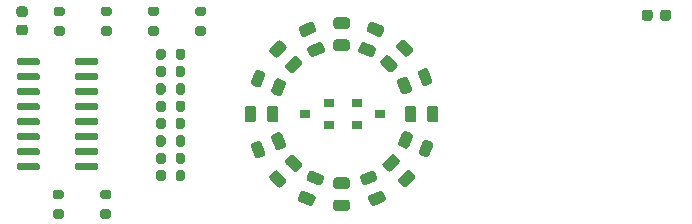
<source format=gtp>
G04 #@! TF.GenerationSoftware,KiCad,Pcbnew,(5.1.9-0-10_14)*
G04 #@! TF.CreationDate,2021-05-04T13:02:15-03:00*
G04 #@! TF.ProjectId,RingPush-PMOD,52696e67-5075-4736-982d-504d4f442e6b,rev?*
G04 #@! TF.SameCoordinates,Original*
G04 #@! TF.FileFunction,Paste,Top*
G04 #@! TF.FilePolarity,Positive*
%FSLAX46Y46*%
G04 Gerber Fmt 4.6, Leading zero omitted, Abs format (unit mm)*
G04 Created by KiCad (PCBNEW (5.1.9-0-10_14)) date 2021-05-04 13:02:15*
%MOMM*%
%LPD*%
G01*
G04 APERTURE LIST*
%ADD10R,0.900000X0.800000*%
G04 APERTURE END LIST*
G36*
G01*
X40889250Y-96691000D02*
X41439250Y-96691000D01*
G75*
G02*
X41639250Y-96891000I0J-200000D01*
G01*
X41639250Y-97291000D01*
G75*
G02*
X41439250Y-97491000I-200000J0D01*
G01*
X40889250Y-97491000D01*
G75*
G02*
X40689250Y-97291000I0J200000D01*
G01*
X40689250Y-96891000D01*
G75*
G02*
X40889250Y-96691000I200000J0D01*
G01*
G37*
G36*
G01*
X40889250Y-95041000D02*
X41439250Y-95041000D01*
G75*
G02*
X41639250Y-95241000I0J-200000D01*
G01*
X41639250Y-95641000D01*
G75*
G02*
X41439250Y-95841000I-200000J0D01*
G01*
X40889250Y-95841000D01*
G75*
G02*
X40689250Y-95641000I0J200000D01*
G01*
X40689250Y-95241000D01*
G75*
G02*
X40889250Y-95041000I200000J0D01*
G01*
G37*
G36*
G01*
X31520000Y-108435000D02*
X31520000Y-108735000D01*
G75*
G02*
X31370000Y-108885000I-150000J0D01*
G01*
X29720000Y-108885000D01*
G75*
G02*
X29570000Y-108735000I0J150000D01*
G01*
X29570000Y-108435000D01*
G75*
G02*
X29720000Y-108285000I150000J0D01*
G01*
X31370000Y-108285000D01*
G75*
G02*
X31520000Y-108435000I0J-150000D01*
G01*
G37*
G36*
G01*
X31520000Y-107165000D02*
X31520000Y-107465000D01*
G75*
G02*
X31370000Y-107615000I-150000J0D01*
G01*
X29720000Y-107615000D01*
G75*
G02*
X29570000Y-107465000I0J150000D01*
G01*
X29570000Y-107165000D01*
G75*
G02*
X29720000Y-107015000I150000J0D01*
G01*
X31370000Y-107015000D01*
G75*
G02*
X31520000Y-107165000I0J-150000D01*
G01*
G37*
G36*
G01*
X31520000Y-105895000D02*
X31520000Y-106195000D01*
G75*
G02*
X31370000Y-106345000I-150000J0D01*
G01*
X29720000Y-106345000D01*
G75*
G02*
X29570000Y-106195000I0J150000D01*
G01*
X29570000Y-105895000D01*
G75*
G02*
X29720000Y-105745000I150000J0D01*
G01*
X31370000Y-105745000D01*
G75*
G02*
X31520000Y-105895000I0J-150000D01*
G01*
G37*
G36*
G01*
X31520000Y-104625000D02*
X31520000Y-104925000D01*
G75*
G02*
X31370000Y-105075000I-150000J0D01*
G01*
X29720000Y-105075000D01*
G75*
G02*
X29570000Y-104925000I0J150000D01*
G01*
X29570000Y-104625000D01*
G75*
G02*
X29720000Y-104475000I150000J0D01*
G01*
X31370000Y-104475000D01*
G75*
G02*
X31520000Y-104625000I0J-150000D01*
G01*
G37*
G36*
G01*
X31520000Y-103355000D02*
X31520000Y-103655000D01*
G75*
G02*
X31370000Y-103805000I-150000J0D01*
G01*
X29720000Y-103805000D01*
G75*
G02*
X29570000Y-103655000I0J150000D01*
G01*
X29570000Y-103355000D01*
G75*
G02*
X29720000Y-103205000I150000J0D01*
G01*
X31370000Y-103205000D01*
G75*
G02*
X31520000Y-103355000I0J-150000D01*
G01*
G37*
G36*
G01*
X31520000Y-102085000D02*
X31520000Y-102385000D01*
G75*
G02*
X31370000Y-102535000I-150000J0D01*
G01*
X29720000Y-102535000D01*
G75*
G02*
X29570000Y-102385000I0J150000D01*
G01*
X29570000Y-102085000D01*
G75*
G02*
X29720000Y-101935000I150000J0D01*
G01*
X31370000Y-101935000D01*
G75*
G02*
X31520000Y-102085000I0J-150000D01*
G01*
G37*
G36*
G01*
X31520000Y-100815000D02*
X31520000Y-101115000D01*
G75*
G02*
X31370000Y-101265000I-150000J0D01*
G01*
X29720000Y-101265000D01*
G75*
G02*
X29570000Y-101115000I0J150000D01*
G01*
X29570000Y-100815000D01*
G75*
G02*
X29720000Y-100665000I150000J0D01*
G01*
X31370000Y-100665000D01*
G75*
G02*
X31520000Y-100815000I0J-150000D01*
G01*
G37*
G36*
G01*
X31520000Y-99545000D02*
X31520000Y-99845000D01*
G75*
G02*
X31370000Y-99995000I-150000J0D01*
G01*
X29720000Y-99995000D01*
G75*
G02*
X29570000Y-99845000I0J150000D01*
G01*
X29570000Y-99545000D01*
G75*
G02*
X29720000Y-99395000I150000J0D01*
G01*
X31370000Y-99395000D01*
G75*
G02*
X31520000Y-99545000I0J-150000D01*
G01*
G37*
G36*
G01*
X36470000Y-99545000D02*
X36470000Y-99845000D01*
G75*
G02*
X36320000Y-99995000I-150000J0D01*
G01*
X34670000Y-99995000D01*
G75*
G02*
X34520000Y-99845000I0J150000D01*
G01*
X34520000Y-99545000D01*
G75*
G02*
X34670000Y-99395000I150000J0D01*
G01*
X36320000Y-99395000D01*
G75*
G02*
X36470000Y-99545000I0J-150000D01*
G01*
G37*
G36*
G01*
X36470000Y-100815000D02*
X36470000Y-101115000D01*
G75*
G02*
X36320000Y-101265000I-150000J0D01*
G01*
X34670000Y-101265000D01*
G75*
G02*
X34520000Y-101115000I0J150000D01*
G01*
X34520000Y-100815000D01*
G75*
G02*
X34670000Y-100665000I150000J0D01*
G01*
X36320000Y-100665000D01*
G75*
G02*
X36470000Y-100815000I0J-150000D01*
G01*
G37*
G36*
G01*
X36470000Y-102085000D02*
X36470000Y-102385000D01*
G75*
G02*
X36320000Y-102535000I-150000J0D01*
G01*
X34670000Y-102535000D01*
G75*
G02*
X34520000Y-102385000I0J150000D01*
G01*
X34520000Y-102085000D01*
G75*
G02*
X34670000Y-101935000I150000J0D01*
G01*
X36320000Y-101935000D01*
G75*
G02*
X36470000Y-102085000I0J-150000D01*
G01*
G37*
G36*
G01*
X36470000Y-103355000D02*
X36470000Y-103655000D01*
G75*
G02*
X36320000Y-103805000I-150000J0D01*
G01*
X34670000Y-103805000D01*
G75*
G02*
X34520000Y-103655000I0J150000D01*
G01*
X34520000Y-103355000D01*
G75*
G02*
X34670000Y-103205000I150000J0D01*
G01*
X36320000Y-103205000D01*
G75*
G02*
X36470000Y-103355000I0J-150000D01*
G01*
G37*
G36*
G01*
X36470000Y-104625000D02*
X36470000Y-104925000D01*
G75*
G02*
X36320000Y-105075000I-150000J0D01*
G01*
X34670000Y-105075000D01*
G75*
G02*
X34520000Y-104925000I0J150000D01*
G01*
X34520000Y-104625000D01*
G75*
G02*
X34670000Y-104475000I150000J0D01*
G01*
X36320000Y-104475000D01*
G75*
G02*
X36470000Y-104625000I0J-150000D01*
G01*
G37*
G36*
G01*
X36470000Y-105895000D02*
X36470000Y-106195000D01*
G75*
G02*
X36320000Y-106345000I-150000J0D01*
G01*
X34670000Y-106345000D01*
G75*
G02*
X34520000Y-106195000I0J150000D01*
G01*
X34520000Y-105895000D01*
G75*
G02*
X34670000Y-105745000I150000J0D01*
G01*
X36320000Y-105745000D01*
G75*
G02*
X36470000Y-105895000I0J-150000D01*
G01*
G37*
G36*
G01*
X36470000Y-107165000D02*
X36470000Y-107465000D01*
G75*
G02*
X36320000Y-107615000I-150000J0D01*
G01*
X34670000Y-107615000D01*
G75*
G02*
X34520000Y-107465000I0J150000D01*
G01*
X34520000Y-107165000D01*
G75*
G02*
X34670000Y-107015000I150000J0D01*
G01*
X36320000Y-107015000D01*
G75*
G02*
X36470000Y-107165000I0J-150000D01*
G01*
G37*
G36*
G01*
X36470000Y-108435000D02*
X36470000Y-108735000D01*
G75*
G02*
X36320000Y-108885000I-150000J0D01*
G01*
X34670000Y-108885000D01*
G75*
G02*
X34520000Y-108735000I0J150000D01*
G01*
X34520000Y-108435000D01*
G75*
G02*
X34670000Y-108285000I150000J0D01*
G01*
X36320000Y-108285000D01*
G75*
G02*
X36470000Y-108435000I0J-150000D01*
G01*
G37*
G36*
G01*
X52364006Y-98645271D02*
X51718771Y-99290506D01*
G75*
G02*
X51374057Y-99290506I-172357J172357D01*
G01*
X51029342Y-98945791D01*
G75*
G02*
X51029342Y-98601077I172357J172357D01*
G01*
X51674577Y-97955842D01*
G75*
G02*
X52019291Y-97955842I172357J-172357D01*
G01*
X52364006Y-98300557D01*
G75*
G02*
X52364006Y-98645271I-172357J-172357D01*
G01*
G37*
G36*
G01*
X53689832Y-99971097D02*
X53044597Y-100616332D01*
G75*
G02*
X52699883Y-100616332I-172357J172357D01*
G01*
X52355168Y-100271617D01*
G75*
G02*
X52355168Y-99926903I172357J172357D01*
G01*
X53000403Y-99281668D01*
G75*
G02*
X53345117Y-99281668I172357J-172357D01*
G01*
X53689832Y-99626383D01*
G75*
G02*
X53689832Y-99971097I-172357J-172357D01*
G01*
G37*
G36*
G01*
X49857000Y-103683750D02*
X49857000Y-104596250D01*
G75*
G02*
X49613250Y-104840000I-243750J0D01*
G01*
X49125750Y-104840000D01*
G75*
G02*
X48882000Y-104596250I0J243750D01*
G01*
X48882000Y-103683750D01*
G75*
G02*
X49125750Y-103440000I243750J0D01*
G01*
X49613250Y-103440000D01*
G75*
G02*
X49857000Y-103683750I0J-243750D01*
G01*
G37*
G36*
G01*
X51732000Y-103683750D02*
X51732000Y-104596250D01*
G75*
G02*
X51488250Y-104840000I-243750J0D01*
G01*
X51000750Y-104840000D01*
G75*
G02*
X50757000Y-104596250I0J243750D01*
G01*
X50757000Y-103683750D01*
G75*
G02*
X51000750Y-103440000I243750J0D01*
G01*
X51488250Y-103440000D01*
G75*
G02*
X51732000Y-103683750I0J-243750D01*
G01*
G37*
G36*
G01*
X52377491Y-101619038D02*
X52028292Y-102462078D01*
G75*
G02*
X51709817Y-102593995I-225196J93279D01*
G01*
X51259426Y-102407437D01*
G75*
G02*
X51127509Y-102088962I93279J225196D01*
G01*
X51476708Y-101245922D01*
G75*
G02*
X51795183Y-101114005I225196J-93279D01*
G01*
X52245574Y-101300563D01*
G75*
G02*
X52377491Y-101619038I-93279J-225196D01*
G01*
G37*
G36*
G01*
X50645217Y-100901506D02*
X50296018Y-101744546D01*
G75*
G02*
X49977543Y-101876463I-225196J93279D01*
G01*
X49527152Y-101689905D01*
G75*
G02*
X49395235Y-101371430I93279J225196D01*
G01*
X49744434Y-100528390D01*
G75*
G02*
X50062909Y-100396473I225196J-93279D01*
G01*
X50513300Y-100583031D01*
G75*
G02*
X50645217Y-100901506I-93279J-225196D01*
G01*
G37*
G36*
G01*
X55535578Y-98954792D02*
X54692538Y-99303991D01*
G75*
G02*
X54374063Y-99172074I-93279J225196D01*
G01*
X54187505Y-98721683D01*
G75*
G02*
X54319422Y-98403208I225196J93279D01*
G01*
X55162462Y-98054009D01*
G75*
G02*
X55480937Y-98185926I93279J-225196D01*
G01*
X55667495Y-98636317D01*
G75*
G02*
X55535578Y-98954792I-225196J-93279D01*
G01*
G37*
G36*
G01*
X54818046Y-97222518D02*
X53975006Y-97571717D01*
G75*
G02*
X53656531Y-97439800I-93279J225196D01*
G01*
X53469973Y-96989409D01*
G75*
G02*
X53601890Y-96670934I225196J93279D01*
G01*
X54444930Y-96321735D01*
G75*
G02*
X54763405Y-96453652I93279J-225196D01*
G01*
X54949963Y-96904043D01*
G75*
G02*
X54818046Y-97222518I-225196J-93279D01*
G01*
G37*
G36*
G01*
X57542750Y-96910500D02*
X56630250Y-96910500D01*
G75*
G02*
X56386500Y-96666750I0J243750D01*
G01*
X56386500Y-96179250D01*
G75*
G02*
X56630250Y-95935500I243750J0D01*
G01*
X57542750Y-95935500D01*
G75*
G02*
X57786500Y-96179250I0J-243750D01*
G01*
X57786500Y-96666750D01*
G75*
G02*
X57542750Y-96910500I-243750J0D01*
G01*
G37*
G36*
G01*
X57542750Y-98785500D02*
X56630250Y-98785500D01*
G75*
G02*
X56386500Y-98541750I0J243750D01*
G01*
X56386500Y-98054250D01*
G75*
G02*
X56630250Y-97810500I243750J0D01*
G01*
X57542750Y-97810500D01*
G75*
G02*
X57786500Y-98054250I0J-243750D01*
G01*
X57786500Y-98541750D01*
G75*
G02*
X57542750Y-98785500I-243750J0D01*
G01*
G37*
G36*
G01*
X59480462Y-99303991D02*
X58637422Y-98954792D01*
G75*
G02*
X58505505Y-98636317I93279J225196D01*
G01*
X58692063Y-98185926D01*
G75*
G02*
X59010538Y-98054009I225196J-93279D01*
G01*
X59853578Y-98403208D01*
G75*
G02*
X59985495Y-98721683I-93279J-225196D01*
G01*
X59798937Y-99172074D01*
G75*
G02*
X59480462Y-99303991I-225196J93279D01*
G01*
G37*
G36*
G01*
X60197994Y-97571717D02*
X59354954Y-97222518D01*
G75*
G02*
X59223037Y-96904043I93279J225196D01*
G01*
X59409595Y-96453652D01*
G75*
G02*
X59728070Y-96321735I225196J-93279D01*
G01*
X60571110Y-96670934D01*
G75*
G02*
X60703027Y-96989409I-93279J-225196D01*
G01*
X60516469Y-97439800D01*
G75*
G02*
X60197994Y-97571717I-225196J93279D01*
G01*
G37*
G36*
G01*
X62398403Y-99219332D02*
X61753168Y-98574097D01*
G75*
G02*
X61753168Y-98229383I172357J172357D01*
G01*
X62097883Y-97884668D01*
G75*
G02*
X62442597Y-97884668I172357J-172357D01*
G01*
X63087832Y-98529903D01*
G75*
G02*
X63087832Y-98874617I-172357J-172357D01*
G01*
X62743117Y-99219332D01*
G75*
G02*
X62398403Y-99219332I-172357J172357D01*
G01*
G37*
G36*
G01*
X61072577Y-100545158D02*
X60427342Y-99899923D01*
G75*
G02*
X60427342Y-99555209I172357J172357D01*
G01*
X60772057Y-99210494D01*
G75*
G02*
X61116771Y-99210494I172357J-172357D01*
G01*
X61762006Y-99855729D01*
G75*
G02*
X61762006Y-100200443I-172357J-172357D01*
G01*
X61417291Y-100545158D01*
G75*
G02*
X61072577Y-100545158I-172357J172357D01*
G01*
G37*
G36*
G01*
X62144708Y-102335078D02*
X61795509Y-101492038D01*
G75*
G02*
X61927426Y-101173563I225196J93279D01*
G01*
X62377817Y-100987005D01*
G75*
G02*
X62696292Y-101118922I93279J-225196D01*
G01*
X63045491Y-101961962D01*
G75*
G02*
X62913574Y-102280437I-225196J-93279D01*
G01*
X62463183Y-102466995D01*
G75*
G02*
X62144708Y-102335078I-93279J225196D01*
G01*
G37*
G36*
G01*
X63876982Y-101617546D02*
X63527783Y-100774506D01*
G75*
G02*
X63659700Y-100456031I225196J93279D01*
G01*
X64110091Y-100269473D01*
G75*
G02*
X64428566Y-100401390I93279J-225196D01*
G01*
X64777765Y-101244430D01*
G75*
G02*
X64645848Y-101562905I-225196J-93279D01*
G01*
X64195457Y-101749463D01*
G75*
G02*
X63876982Y-101617546I-93279J225196D01*
G01*
G37*
G36*
G01*
X43834000Y-109071997D02*
X43834000Y-109621997D01*
G75*
G02*
X43634000Y-109821997I-200000J0D01*
G01*
X43234000Y-109821997D01*
G75*
G02*
X43034000Y-109621997I0J200000D01*
G01*
X43034000Y-109071997D01*
G75*
G02*
X43234000Y-108871997I200000J0D01*
G01*
X43634000Y-108871997D01*
G75*
G02*
X43834000Y-109071997I0J-200000D01*
G01*
G37*
G36*
G01*
X42184000Y-109071997D02*
X42184000Y-109621997D01*
G75*
G02*
X41984000Y-109821997I-200000J0D01*
G01*
X41584000Y-109821997D01*
G75*
G02*
X41384000Y-109621997I0J200000D01*
G01*
X41384000Y-109071997D01*
G75*
G02*
X41584000Y-108871997I200000J0D01*
G01*
X41984000Y-108871997D01*
G75*
G02*
X42184000Y-109071997I0J-200000D01*
G01*
G37*
G36*
G01*
X43834000Y-107602426D02*
X43834000Y-108152426D01*
G75*
G02*
X43634000Y-108352426I-200000J0D01*
G01*
X43234000Y-108352426D01*
G75*
G02*
X43034000Y-108152426I0J200000D01*
G01*
X43034000Y-107602426D01*
G75*
G02*
X43234000Y-107402426I200000J0D01*
G01*
X43634000Y-107402426D01*
G75*
G02*
X43834000Y-107602426I0J-200000D01*
G01*
G37*
G36*
G01*
X42184000Y-107602426D02*
X42184000Y-108152426D01*
G75*
G02*
X41984000Y-108352426I-200000J0D01*
G01*
X41584000Y-108352426D01*
G75*
G02*
X41384000Y-108152426I0J200000D01*
G01*
X41384000Y-107602426D01*
G75*
G02*
X41584000Y-107402426I200000J0D01*
G01*
X41984000Y-107402426D01*
G75*
G02*
X42184000Y-107602426I0J-200000D01*
G01*
G37*
G36*
G01*
X42184000Y-106132855D02*
X42184000Y-106682855D01*
G75*
G02*
X41984000Y-106882855I-200000J0D01*
G01*
X41584000Y-106882855D01*
G75*
G02*
X41384000Y-106682855I0J200000D01*
G01*
X41384000Y-106132855D01*
G75*
G02*
X41584000Y-105932855I200000J0D01*
G01*
X41984000Y-105932855D01*
G75*
G02*
X42184000Y-106132855I0J-200000D01*
G01*
G37*
G36*
G01*
X43834000Y-106132855D02*
X43834000Y-106682855D01*
G75*
G02*
X43634000Y-106882855I-200000J0D01*
G01*
X43234000Y-106882855D01*
G75*
G02*
X43034000Y-106682855I0J200000D01*
G01*
X43034000Y-106132855D01*
G75*
G02*
X43234000Y-105932855I200000J0D01*
G01*
X43634000Y-105932855D01*
G75*
G02*
X43834000Y-106132855I0J-200000D01*
G01*
G37*
G36*
G01*
X43834000Y-104663284D02*
X43834000Y-105213284D01*
G75*
G02*
X43634000Y-105413284I-200000J0D01*
G01*
X43234000Y-105413284D01*
G75*
G02*
X43034000Y-105213284I0J200000D01*
G01*
X43034000Y-104663284D01*
G75*
G02*
X43234000Y-104463284I200000J0D01*
G01*
X43634000Y-104463284D01*
G75*
G02*
X43834000Y-104663284I0J-200000D01*
G01*
G37*
G36*
G01*
X42184000Y-104663284D02*
X42184000Y-105213284D01*
G75*
G02*
X41984000Y-105413284I-200000J0D01*
G01*
X41584000Y-105413284D01*
G75*
G02*
X41384000Y-105213284I0J200000D01*
G01*
X41384000Y-104663284D01*
G75*
G02*
X41584000Y-104463284I200000J0D01*
G01*
X41984000Y-104463284D01*
G75*
G02*
X42184000Y-104663284I0J-200000D01*
G01*
G37*
G36*
G01*
X42184000Y-103193713D02*
X42184000Y-103743713D01*
G75*
G02*
X41984000Y-103943713I-200000J0D01*
G01*
X41584000Y-103943713D01*
G75*
G02*
X41384000Y-103743713I0J200000D01*
G01*
X41384000Y-103193713D01*
G75*
G02*
X41584000Y-102993713I200000J0D01*
G01*
X41984000Y-102993713D01*
G75*
G02*
X42184000Y-103193713I0J-200000D01*
G01*
G37*
G36*
G01*
X43834000Y-103193713D02*
X43834000Y-103743713D01*
G75*
G02*
X43634000Y-103943713I-200000J0D01*
G01*
X43234000Y-103943713D01*
G75*
G02*
X43034000Y-103743713I0J200000D01*
G01*
X43034000Y-103193713D01*
G75*
G02*
X43234000Y-102993713I200000J0D01*
G01*
X43634000Y-102993713D01*
G75*
G02*
X43834000Y-103193713I0J-200000D01*
G01*
G37*
G36*
G01*
X43834000Y-101724142D02*
X43834000Y-102274142D01*
G75*
G02*
X43634000Y-102474142I-200000J0D01*
G01*
X43234000Y-102474142D01*
G75*
G02*
X43034000Y-102274142I0J200000D01*
G01*
X43034000Y-101724142D01*
G75*
G02*
X43234000Y-101524142I200000J0D01*
G01*
X43634000Y-101524142D01*
G75*
G02*
X43834000Y-101724142I0J-200000D01*
G01*
G37*
G36*
G01*
X42184000Y-101724142D02*
X42184000Y-102274142D01*
G75*
G02*
X41984000Y-102474142I-200000J0D01*
G01*
X41584000Y-102474142D01*
G75*
G02*
X41384000Y-102274142I0J200000D01*
G01*
X41384000Y-101724142D01*
G75*
G02*
X41584000Y-101524142I200000J0D01*
G01*
X41984000Y-101524142D01*
G75*
G02*
X42184000Y-101724142I0J-200000D01*
G01*
G37*
G36*
G01*
X42184000Y-100254571D02*
X42184000Y-100804571D01*
G75*
G02*
X41984000Y-101004571I-200000J0D01*
G01*
X41584000Y-101004571D01*
G75*
G02*
X41384000Y-100804571I0J200000D01*
G01*
X41384000Y-100254571D01*
G75*
G02*
X41584000Y-100054571I200000J0D01*
G01*
X41984000Y-100054571D01*
G75*
G02*
X42184000Y-100254571I0J-200000D01*
G01*
G37*
G36*
G01*
X43834000Y-100254571D02*
X43834000Y-100804571D01*
G75*
G02*
X43634000Y-101004571I-200000J0D01*
G01*
X43234000Y-101004571D01*
G75*
G02*
X43034000Y-100804571I0J200000D01*
G01*
X43034000Y-100254571D01*
G75*
G02*
X43234000Y-100054571I200000J0D01*
G01*
X43634000Y-100054571D01*
G75*
G02*
X43834000Y-100254571I0J-200000D01*
G01*
G37*
G36*
G01*
X42184000Y-98785000D02*
X42184000Y-99335000D01*
G75*
G02*
X41984000Y-99535000I-200000J0D01*
G01*
X41584000Y-99535000D01*
G75*
G02*
X41384000Y-99335000I0J200000D01*
G01*
X41384000Y-98785000D01*
G75*
G02*
X41584000Y-98585000I200000J0D01*
G01*
X41984000Y-98585000D01*
G75*
G02*
X42184000Y-98785000I0J-200000D01*
G01*
G37*
G36*
G01*
X43834000Y-98785000D02*
X43834000Y-99335000D01*
G75*
G02*
X43634000Y-99535000I-200000J0D01*
G01*
X43234000Y-99535000D01*
G75*
G02*
X43034000Y-99335000I0J200000D01*
G01*
X43034000Y-98785000D01*
G75*
G02*
X43234000Y-98585000I200000J0D01*
G01*
X43634000Y-98585000D01*
G75*
G02*
X43834000Y-98785000I0J-200000D01*
G01*
G37*
G36*
G01*
X32919750Y-95041000D02*
X33469750Y-95041000D01*
G75*
G02*
X33669750Y-95241000I0J-200000D01*
G01*
X33669750Y-95641000D01*
G75*
G02*
X33469750Y-95841000I-200000J0D01*
G01*
X32919750Y-95841000D01*
G75*
G02*
X32719750Y-95641000I0J200000D01*
G01*
X32719750Y-95241000D01*
G75*
G02*
X32919750Y-95041000I200000J0D01*
G01*
G37*
G36*
G01*
X32919750Y-96691000D02*
X33469750Y-96691000D01*
G75*
G02*
X33669750Y-96891000I0J-200000D01*
G01*
X33669750Y-97291000D01*
G75*
G02*
X33469750Y-97491000I-200000J0D01*
G01*
X32919750Y-97491000D01*
G75*
G02*
X32719750Y-97291000I0J200000D01*
G01*
X32719750Y-96891000D01*
G75*
G02*
X32919750Y-96691000I200000J0D01*
G01*
G37*
G36*
G01*
X45424000Y-97491000D02*
X44874000Y-97491000D01*
G75*
G02*
X44674000Y-97291000I0J200000D01*
G01*
X44674000Y-96891000D01*
G75*
G02*
X44874000Y-96691000I200000J0D01*
G01*
X45424000Y-96691000D01*
G75*
G02*
X45624000Y-96891000I0J-200000D01*
G01*
X45624000Y-97291000D01*
G75*
G02*
X45424000Y-97491000I-200000J0D01*
G01*
G37*
G36*
G01*
X45424000Y-95841000D02*
X44874000Y-95841000D01*
G75*
G02*
X44674000Y-95641000I0J200000D01*
G01*
X44674000Y-95241000D01*
G75*
G02*
X44874000Y-95041000I200000J0D01*
G01*
X45424000Y-95041000D01*
G75*
G02*
X45624000Y-95241000I0J-200000D01*
G01*
X45624000Y-95641000D01*
G75*
G02*
X45424000Y-95841000I-200000J0D01*
G01*
G37*
G36*
G01*
X33371200Y-111335000D02*
X32821200Y-111335000D01*
G75*
G02*
X32621200Y-111135000I0J200000D01*
G01*
X32621200Y-110735000D01*
G75*
G02*
X32821200Y-110535000I200000J0D01*
G01*
X33371200Y-110535000D01*
G75*
G02*
X33571200Y-110735000I0J-200000D01*
G01*
X33571200Y-111135000D01*
G75*
G02*
X33371200Y-111335000I-200000J0D01*
G01*
G37*
G36*
G01*
X33371200Y-112985000D02*
X32821200Y-112985000D01*
G75*
G02*
X32621200Y-112785000I0J200000D01*
G01*
X32621200Y-112385000D01*
G75*
G02*
X32821200Y-112185000I200000J0D01*
G01*
X33371200Y-112185000D01*
G75*
G02*
X33571200Y-112385000I0J-200000D01*
G01*
X33571200Y-112785000D01*
G75*
G02*
X33371200Y-112985000I-200000J0D01*
G01*
G37*
G36*
G01*
X37384400Y-112985000D02*
X36834400Y-112985000D01*
G75*
G02*
X36634400Y-112785000I0J200000D01*
G01*
X36634400Y-112385000D01*
G75*
G02*
X36834400Y-112185000I200000J0D01*
G01*
X37384400Y-112185000D01*
G75*
G02*
X37584400Y-112385000I0J-200000D01*
G01*
X37584400Y-112785000D01*
G75*
G02*
X37384400Y-112985000I-200000J0D01*
G01*
G37*
G36*
G01*
X37384400Y-111335000D02*
X36834400Y-111335000D01*
G75*
G02*
X36634400Y-111135000I0J200000D01*
G01*
X36634400Y-110735000D01*
G75*
G02*
X36834400Y-110535000I200000J0D01*
G01*
X37384400Y-110535000D01*
G75*
G02*
X37584400Y-110735000I0J-200000D01*
G01*
X37584400Y-111135000D01*
G75*
G02*
X37384400Y-111335000I-200000J0D01*
G01*
G37*
G36*
G01*
X37454500Y-97491000D02*
X36904500Y-97491000D01*
G75*
G02*
X36704500Y-97291000I0J200000D01*
G01*
X36704500Y-96891000D01*
G75*
G02*
X36904500Y-96691000I200000J0D01*
G01*
X37454500Y-96691000D01*
G75*
G02*
X37654500Y-96891000I0J-200000D01*
G01*
X37654500Y-97291000D01*
G75*
G02*
X37454500Y-97491000I-200000J0D01*
G01*
G37*
G36*
G01*
X37454500Y-95841000D02*
X36904500Y-95841000D01*
G75*
G02*
X36704500Y-95641000I0J200000D01*
G01*
X36704500Y-95241000D01*
G75*
G02*
X36904500Y-95041000I200000J0D01*
G01*
X37454500Y-95041000D01*
G75*
G02*
X37654500Y-95241000I0J-200000D01*
G01*
X37654500Y-95641000D01*
G75*
G02*
X37454500Y-95841000I-200000J0D01*
G01*
G37*
G36*
G01*
X30290000Y-95915000D02*
X29790000Y-95915000D01*
G75*
G02*
X29565000Y-95690000I0J225000D01*
G01*
X29565000Y-95240000D01*
G75*
G02*
X29790000Y-95015000I225000J0D01*
G01*
X30290000Y-95015000D01*
G75*
G02*
X30515000Y-95240000I0J-225000D01*
G01*
X30515000Y-95690000D01*
G75*
G02*
X30290000Y-95915000I-225000J0D01*
G01*
G37*
G36*
G01*
X30290000Y-97465000D02*
X29790000Y-97465000D01*
G75*
G02*
X29565000Y-97240000I0J225000D01*
G01*
X29565000Y-96790000D01*
G75*
G02*
X29790000Y-96565000I225000J0D01*
G01*
X30290000Y-96565000D01*
G75*
G02*
X30515000Y-96790000I0J-225000D01*
G01*
X30515000Y-97240000D01*
G75*
G02*
X30290000Y-97465000I-225000J0D01*
G01*
G37*
G36*
G01*
X64316000Y-104596250D02*
X64316000Y-103683750D01*
G75*
G02*
X64559750Y-103440000I243750J0D01*
G01*
X65047250Y-103440000D01*
G75*
G02*
X65291000Y-103683750I0J-243750D01*
G01*
X65291000Y-104596250D01*
G75*
G02*
X65047250Y-104840000I-243750J0D01*
G01*
X64559750Y-104840000D01*
G75*
G02*
X64316000Y-104596250I0J243750D01*
G01*
G37*
G36*
G01*
X62441000Y-104596250D02*
X62441000Y-103683750D01*
G75*
G02*
X62684750Y-103440000I243750J0D01*
G01*
X63172250Y-103440000D01*
G75*
G02*
X63416000Y-103683750I0J-243750D01*
G01*
X63416000Y-104596250D01*
G75*
G02*
X63172250Y-104840000I-243750J0D01*
G01*
X62684750Y-104840000D01*
G75*
G02*
X62441000Y-104596250I0J243750D01*
G01*
G37*
G36*
G01*
X61881872Y-106556196D02*
X62231071Y-105713156D01*
G75*
G02*
X62549546Y-105581239I225196J-93279D01*
G01*
X62999937Y-105767797D01*
G75*
G02*
X63131854Y-106086272I-93279J-225196D01*
G01*
X62782655Y-106929312D01*
G75*
G02*
X62464180Y-107061229I-225196J93279D01*
G01*
X62013789Y-106874671D01*
G75*
G02*
X61881872Y-106556196I93279J225196D01*
G01*
G37*
G36*
G01*
X63614146Y-107273728D02*
X63963345Y-106430688D01*
G75*
G02*
X64281820Y-106298771I225196J-93279D01*
G01*
X64732211Y-106485329D01*
G75*
G02*
X64864128Y-106803804I-93279J-225196D01*
G01*
X64514929Y-107646844D01*
G75*
G02*
X64196454Y-107778761I-225196J93279D01*
G01*
X63746063Y-107592203D01*
G75*
G02*
X63614146Y-107273728I93279J225196D01*
G01*
G37*
G36*
G01*
X61935994Y-109571229D02*
X62581229Y-108925994D01*
G75*
G02*
X62925943Y-108925994I172357J-172357D01*
G01*
X63270658Y-109270709D01*
G75*
G02*
X63270658Y-109615423I-172357J-172357D01*
G01*
X62625423Y-110260658D01*
G75*
G02*
X62280709Y-110260658I-172357J172357D01*
G01*
X61935994Y-109915943D01*
G75*
G02*
X61935994Y-109571229I172357J172357D01*
G01*
G37*
G36*
G01*
X60610168Y-108245403D02*
X61255403Y-107600168D01*
G75*
G02*
X61600117Y-107600168I172357J-172357D01*
G01*
X61944832Y-107944883D01*
G75*
G02*
X61944832Y-108289597I-172357J-172357D01*
G01*
X61299597Y-108934832D01*
G75*
G02*
X60954883Y-108934832I-172357J172357D01*
G01*
X60610168Y-108590117D01*
G75*
G02*
X60610168Y-108245403I172357J172357D01*
G01*
G37*
G36*
G01*
X58764422Y-109261708D02*
X59607462Y-108912509D01*
G75*
G02*
X59925937Y-109044426I93279J-225196D01*
G01*
X60112495Y-109494817D01*
G75*
G02*
X59980578Y-109813292I-225196J-93279D01*
G01*
X59137538Y-110162491D01*
G75*
G02*
X58819063Y-110030574I-93279J225196D01*
G01*
X58632505Y-109580183D01*
G75*
G02*
X58764422Y-109261708I225196J93279D01*
G01*
G37*
G36*
G01*
X59481954Y-110993982D02*
X60324994Y-110644783D01*
G75*
G02*
X60643469Y-110776700I93279J-225196D01*
G01*
X60830027Y-111227091D01*
G75*
G02*
X60698110Y-111545566I-225196J-93279D01*
G01*
X59855070Y-111894765D01*
G75*
G02*
X59536595Y-111762848I-93279J225196D01*
G01*
X59350037Y-111312457D01*
G75*
G02*
X59481954Y-110993982I225196J93279D01*
G01*
G37*
G36*
G01*
X56630250Y-111369500D02*
X57542750Y-111369500D01*
G75*
G02*
X57786500Y-111613250I0J-243750D01*
G01*
X57786500Y-112100750D01*
G75*
G02*
X57542750Y-112344500I-243750J0D01*
G01*
X56630250Y-112344500D01*
G75*
G02*
X56386500Y-112100750I0J243750D01*
G01*
X56386500Y-111613250D01*
G75*
G02*
X56630250Y-111369500I243750J0D01*
G01*
G37*
G36*
G01*
X56630250Y-109494500D02*
X57542750Y-109494500D01*
G75*
G02*
X57786500Y-109738250I0J-243750D01*
G01*
X57786500Y-110225750D01*
G75*
G02*
X57542750Y-110469500I-243750J0D01*
G01*
X56630250Y-110469500D01*
G75*
G02*
X56386500Y-110225750I0J243750D01*
G01*
X56386500Y-109738250D01*
G75*
G02*
X56630250Y-109494500I243750J0D01*
G01*
G37*
G36*
G01*
X54629038Y-108912509D02*
X55472078Y-109261708D01*
G75*
G02*
X55603995Y-109580183I-93279J-225196D01*
G01*
X55417437Y-110030574D01*
G75*
G02*
X55098962Y-110162491I-225196J93279D01*
G01*
X54255922Y-109813292D01*
G75*
G02*
X54124005Y-109494817I93279J225196D01*
G01*
X54310563Y-109044426D01*
G75*
G02*
X54629038Y-108912509I225196J-93279D01*
G01*
G37*
G36*
G01*
X53911506Y-110644783D02*
X54754546Y-110993982D01*
G75*
G02*
X54886463Y-111312457I-93279J-225196D01*
G01*
X54699905Y-111762848D01*
G75*
G02*
X54381430Y-111894765I-225196J93279D01*
G01*
X53538390Y-111545566D01*
G75*
G02*
X53406473Y-111227091I93279J225196D01*
G01*
X53593031Y-110776700D01*
G75*
G02*
X53911506Y-110644783I225196J-93279D01*
G01*
G37*
G36*
G01*
X51718771Y-108961581D02*
X52364006Y-109606816D01*
G75*
G02*
X52364006Y-109951530I-172357J-172357D01*
G01*
X52019291Y-110296245D01*
G75*
G02*
X51674577Y-110296245I-172357J172357D01*
G01*
X51029342Y-109651010D01*
G75*
G02*
X51029342Y-109306296I172357J172357D01*
G01*
X51374057Y-108961581D01*
G75*
G02*
X51718771Y-108961581I172357J-172357D01*
G01*
G37*
G36*
G01*
X53044597Y-107635755D02*
X53689832Y-108280990D01*
G75*
G02*
X53689832Y-108625704I-172357J-172357D01*
G01*
X53345117Y-108970419D01*
G75*
G02*
X53000403Y-108970419I-172357J172357D01*
G01*
X52355168Y-108325184D01*
G75*
G02*
X52355168Y-107980470I172357J172357D01*
G01*
X52699883Y-107635755D01*
G75*
G02*
X53044597Y-107635755I172357J-172357D01*
G01*
G37*
G36*
G01*
X52028292Y-105817922D02*
X52377491Y-106660962D01*
G75*
G02*
X52245574Y-106979437I-225196J-93279D01*
G01*
X51795183Y-107165995D01*
G75*
G02*
X51476708Y-107034078I-93279J225196D01*
G01*
X51127509Y-106191038D01*
G75*
G02*
X51259426Y-105872563I225196J93279D01*
G01*
X51709817Y-105686005D01*
G75*
G02*
X52028292Y-105817922I93279J-225196D01*
G01*
G37*
G36*
G01*
X50296018Y-106535454D02*
X50645217Y-107378494D01*
G75*
G02*
X50513300Y-107696969I-225196J-93279D01*
G01*
X50062909Y-107883527D01*
G75*
G02*
X49744434Y-107751610I-93279J225196D01*
G01*
X49395235Y-106908570D01*
G75*
G02*
X49527152Y-106590095I225196J93279D01*
G01*
X49977543Y-106403537D01*
G75*
G02*
X50296018Y-106535454I93279J-225196D01*
G01*
G37*
D10*
X58372500Y-103190000D03*
X58372500Y-105090000D03*
X60372500Y-104140000D03*
X54001501Y-104115001D03*
X56001501Y-103165001D03*
X56001501Y-105065001D03*
G36*
G01*
X84968500Y-95508000D02*
X84968500Y-96008000D01*
G75*
G02*
X84743500Y-96233000I-225000J0D01*
G01*
X84293500Y-96233000D01*
G75*
G02*
X84068500Y-96008000I0J225000D01*
G01*
X84068500Y-95508000D01*
G75*
G02*
X84293500Y-95283000I225000J0D01*
G01*
X84743500Y-95283000D01*
G75*
G02*
X84968500Y-95508000I0J-225000D01*
G01*
G37*
G36*
G01*
X83418500Y-95508000D02*
X83418500Y-96008000D01*
G75*
G02*
X83193500Y-96233000I-225000J0D01*
G01*
X82743500Y-96233000D01*
G75*
G02*
X82518500Y-96008000I0J225000D01*
G01*
X82518500Y-95508000D01*
G75*
G02*
X82743500Y-95283000I225000J0D01*
G01*
X83193500Y-95283000D01*
G75*
G02*
X83418500Y-95508000I0J-225000D01*
G01*
G37*
M02*

</source>
